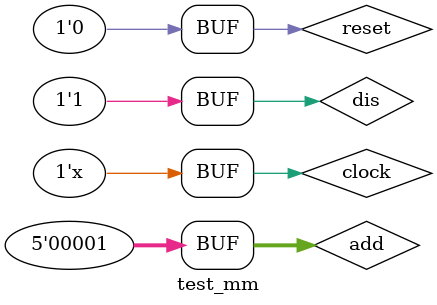
<source format=v>
`timescale 1ns / 1ps


module test_mm;

	// Inputs
	reg clock;
	reg reset;
	reg dis;
	reg [4:0] add;

	// Outputs
	wire [31:0] A;

	// Instantiate the Unit Under Test (UUT)
	Main_module uut (
		.clock(clock), 
		.reset(reset), 
		.dis(dis), 
		.add(add), 
		.A(A)
	);

	initial begin
		// Initialize Inputs
		clock = 1;
		reset = 1;
		dis = 0;
		add = 0;

		// Wait 100 ns for global reset to finish
		#10;
        reset=0;
		  
		 #40
		 dis=1;
		 add=1;
		// Add stimulus here

	end
      always #10 clock = ~clock;
endmodule


</source>
